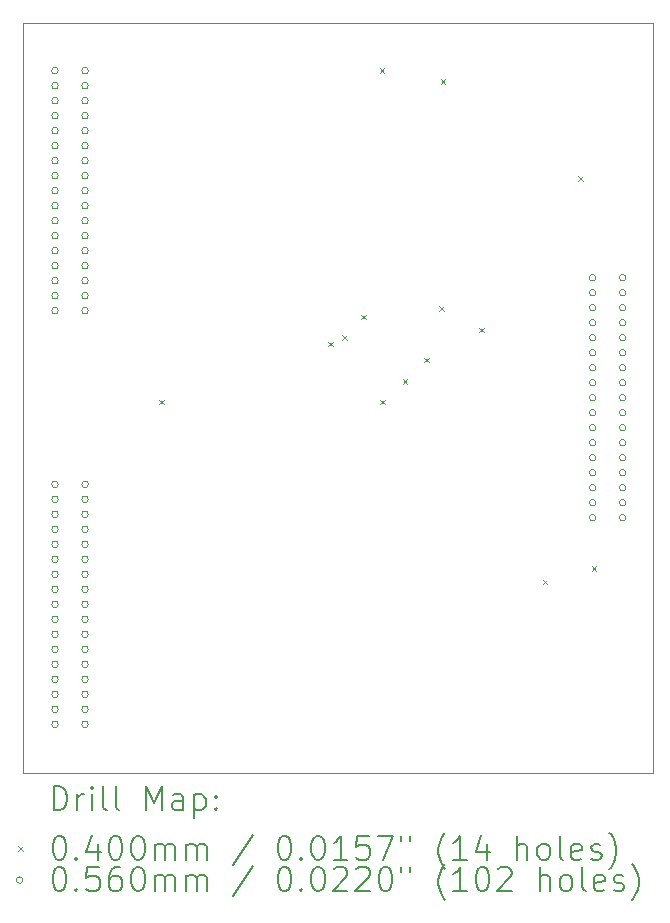
<source format=gbr>
%TF.GenerationSoftware,KiCad,Pcbnew,7.0.7*%
%TF.CreationDate,2023-09-14T15:48:19-04:00*%
%TF.ProjectId,Heater_North_DCT_HSK,48656174-6572-45f4-9e6f-7274685f4443,rev?*%
%TF.SameCoordinates,Original*%
%TF.FileFunction,Drillmap*%
%TF.FilePolarity,Positive*%
%FSLAX45Y45*%
G04 Gerber Fmt 4.5, Leading zero omitted, Abs format (unit mm)*
G04 Created by KiCad (PCBNEW 7.0.7) date 2023-09-14 15:48:19*
%MOMM*%
%LPD*%
G01*
G04 APERTURE LIST*
%ADD10C,0.100000*%
%ADD11C,0.200000*%
%ADD12C,0.040000*%
%ADD13C,0.056000*%
G04 APERTURE END LIST*
D10*
X10160000Y-5080000D02*
X15494000Y-5080000D01*
X15494000Y-11430000D01*
X10160000Y-11430000D01*
X10160000Y-5080000D01*
D11*
D12*
X11305722Y-8270560D02*
X11345722Y-8310560D01*
X11345722Y-8270560D02*
X11305722Y-8310560D01*
X12740200Y-7780560D02*
X12780200Y-7820560D01*
X12780200Y-7780560D02*
X12740200Y-7820560D01*
X12860200Y-7727000D02*
X12900200Y-7767000D01*
X12900200Y-7727000D02*
X12860200Y-7767000D01*
X13020200Y-7551740D02*
X13060200Y-7591740D01*
X13060200Y-7551740D02*
X13020200Y-7591740D01*
X13174692Y-5467008D02*
X13214692Y-5507008D01*
X13214692Y-5467008D02*
X13174692Y-5507008D01*
X13180200Y-8270560D02*
X13220200Y-8310560D01*
X13220200Y-8270560D02*
X13180200Y-8310560D01*
X13370200Y-8100560D02*
X13410200Y-8140560D01*
X13410200Y-8100560D02*
X13370200Y-8140560D01*
X13550200Y-7915960D02*
X13590200Y-7955960D01*
X13590200Y-7915960D02*
X13550200Y-7955960D01*
X13680200Y-7480560D02*
X13720200Y-7520560D01*
X13720200Y-7480560D02*
X13680200Y-7520560D01*
X13690920Y-5560380D02*
X13730920Y-5600380D01*
X13730920Y-5560380D02*
X13690920Y-5600380D01*
X14017920Y-7662840D02*
X14057920Y-7702840D01*
X14057920Y-7662840D02*
X14017920Y-7702840D01*
X14556200Y-9794560D02*
X14596200Y-9834560D01*
X14596200Y-9794560D02*
X14556200Y-9834560D01*
X14857340Y-6377700D02*
X14897340Y-6417700D01*
X14897340Y-6377700D02*
X14857340Y-6417700D01*
X14970200Y-9680560D02*
X15010200Y-9720560D01*
X15010200Y-9680560D02*
X14970200Y-9720560D01*
D13*
X10453684Y-5486400D02*
G75*
G03*
X10453684Y-5486400I-28000J0D01*
G01*
X10453684Y-8989060D02*
G75*
G03*
X10453684Y-8989060I-28000J0D01*
G01*
X10454700Y-5613400D02*
G75*
G03*
X10454700Y-5613400I-28000J0D01*
G01*
X10454700Y-5740400D02*
G75*
G03*
X10454700Y-5740400I-28000J0D01*
G01*
X10454700Y-5867400D02*
G75*
G03*
X10454700Y-5867400I-28000J0D01*
G01*
X10454700Y-5994400D02*
G75*
G03*
X10454700Y-5994400I-28000J0D01*
G01*
X10454700Y-6121400D02*
G75*
G03*
X10454700Y-6121400I-28000J0D01*
G01*
X10454700Y-6248400D02*
G75*
G03*
X10454700Y-6248400I-28000J0D01*
G01*
X10454700Y-6375400D02*
G75*
G03*
X10454700Y-6375400I-28000J0D01*
G01*
X10454700Y-6502400D02*
G75*
G03*
X10454700Y-6502400I-28000J0D01*
G01*
X10454700Y-6629400D02*
G75*
G03*
X10454700Y-6629400I-28000J0D01*
G01*
X10454700Y-6756400D02*
G75*
G03*
X10454700Y-6756400I-28000J0D01*
G01*
X10454700Y-6883400D02*
G75*
G03*
X10454700Y-6883400I-28000J0D01*
G01*
X10454700Y-7010400D02*
G75*
G03*
X10454700Y-7010400I-28000J0D01*
G01*
X10454700Y-7137400D02*
G75*
G03*
X10454700Y-7137400I-28000J0D01*
G01*
X10454700Y-7264400D02*
G75*
G03*
X10454700Y-7264400I-28000J0D01*
G01*
X10454700Y-7391400D02*
G75*
G03*
X10454700Y-7391400I-28000J0D01*
G01*
X10454700Y-7518400D02*
G75*
G03*
X10454700Y-7518400I-28000J0D01*
G01*
X10454700Y-9116060D02*
G75*
G03*
X10454700Y-9116060I-28000J0D01*
G01*
X10454700Y-9243060D02*
G75*
G03*
X10454700Y-9243060I-28000J0D01*
G01*
X10454700Y-9370060D02*
G75*
G03*
X10454700Y-9370060I-28000J0D01*
G01*
X10454700Y-9497060D02*
G75*
G03*
X10454700Y-9497060I-28000J0D01*
G01*
X10454700Y-9624060D02*
G75*
G03*
X10454700Y-9624060I-28000J0D01*
G01*
X10454700Y-9751060D02*
G75*
G03*
X10454700Y-9751060I-28000J0D01*
G01*
X10454700Y-9878060D02*
G75*
G03*
X10454700Y-9878060I-28000J0D01*
G01*
X10454700Y-10005060D02*
G75*
G03*
X10454700Y-10005060I-28000J0D01*
G01*
X10454700Y-10132060D02*
G75*
G03*
X10454700Y-10132060I-28000J0D01*
G01*
X10454700Y-10259060D02*
G75*
G03*
X10454700Y-10259060I-28000J0D01*
G01*
X10454700Y-10386060D02*
G75*
G03*
X10454700Y-10386060I-28000J0D01*
G01*
X10454700Y-10513060D02*
G75*
G03*
X10454700Y-10513060I-28000J0D01*
G01*
X10454700Y-10640060D02*
G75*
G03*
X10454700Y-10640060I-28000J0D01*
G01*
X10454700Y-10767060D02*
G75*
G03*
X10454700Y-10767060I-28000J0D01*
G01*
X10454700Y-10894060D02*
G75*
G03*
X10454700Y-10894060I-28000J0D01*
G01*
X10454700Y-11021060D02*
G75*
G03*
X10454700Y-11021060I-28000J0D01*
G01*
X10708700Y-5613400D02*
G75*
G03*
X10708700Y-5613400I-28000J0D01*
G01*
X10708700Y-5740400D02*
G75*
G03*
X10708700Y-5740400I-28000J0D01*
G01*
X10708700Y-5867400D02*
G75*
G03*
X10708700Y-5867400I-28000J0D01*
G01*
X10708700Y-5994400D02*
G75*
G03*
X10708700Y-5994400I-28000J0D01*
G01*
X10708700Y-6121400D02*
G75*
G03*
X10708700Y-6121400I-28000J0D01*
G01*
X10708700Y-6248400D02*
G75*
G03*
X10708700Y-6248400I-28000J0D01*
G01*
X10708700Y-6375400D02*
G75*
G03*
X10708700Y-6375400I-28000J0D01*
G01*
X10708700Y-6502400D02*
G75*
G03*
X10708700Y-6502400I-28000J0D01*
G01*
X10708700Y-6629400D02*
G75*
G03*
X10708700Y-6629400I-28000J0D01*
G01*
X10708700Y-6756400D02*
G75*
G03*
X10708700Y-6756400I-28000J0D01*
G01*
X10708700Y-6883400D02*
G75*
G03*
X10708700Y-6883400I-28000J0D01*
G01*
X10708700Y-7010400D02*
G75*
G03*
X10708700Y-7010400I-28000J0D01*
G01*
X10708700Y-7137400D02*
G75*
G03*
X10708700Y-7137400I-28000J0D01*
G01*
X10708700Y-7264400D02*
G75*
G03*
X10708700Y-7264400I-28000J0D01*
G01*
X10708700Y-7391400D02*
G75*
G03*
X10708700Y-7391400I-28000J0D01*
G01*
X10708700Y-7518400D02*
G75*
G03*
X10708700Y-7518400I-28000J0D01*
G01*
X10708700Y-9116060D02*
G75*
G03*
X10708700Y-9116060I-28000J0D01*
G01*
X10708700Y-9243060D02*
G75*
G03*
X10708700Y-9243060I-28000J0D01*
G01*
X10708700Y-9370060D02*
G75*
G03*
X10708700Y-9370060I-28000J0D01*
G01*
X10708700Y-9497060D02*
G75*
G03*
X10708700Y-9497060I-28000J0D01*
G01*
X10708700Y-9624060D02*
G75*
G03*
X10708700Y-9624060I-28000J0D01*
G01*
X10708700Y-9751060D02*
G75*
G03*
X10708700Y-9751060I-28000J0D01*
G01*
X10708700Y-9878060D02*
G75*
G03*
X10708700Y-9878060I-28000J0D01*
G01*
X10708700Y-10005060D02*
G75*
G03*
X10708700Y-10005060I-28000J0D01*
G01*
X10708700Y-10132060D02*
G75*
G03*
X10708700Y-10132060I-28000J0D01*
G01*
X10708700Y-10259060D02*
G75*
G03*
X10708700Y-10259060I-28000J0D01*
G01*
X10708700Y-10386060D02*
G75*
G03*
X10708700Y-10386060I-28000J0D01*
G01*
X10708700Y-10513060D02*
G75*
G03*
X10708700Y-10513060I-28000J0D01*
G01*
X10708700Y-10640060D02*
G75*
G03*
X10708700Y-10640060I-28000J0D01*
G01*
X10708700Y-10767060D02*
G75*
G03*
X10708700Y-10767060I-28000J0D01*
G01*
X10708700Y-10894060D02*
G75*
G03*
X10708700Y-10894060I-28000J0D01*
G01*
X10708700Y-11021060D02*
G75*
G03*
X10708700Y-11021060I-28000J0D01*
G01*
X10709716Y-5486400D02*
G75*
G03*
X10709716Y-5486400I-28000J0D01*
G01*
X10709716Y-8989060D02*
G75*
G03*
X10709716Y-8989060I-28000J0D01*
G01*
X15005364Y-7239000D02*
G75*
G03*
X15005364Y-7239000I-28000J0D01*
G01*
X15006380Y-7366000D02*
G75*
G03*
X15006380Y-7366000I-28000J0D01*
G01*
X15006380Y-7493000D02*
G75*
G03*
X15006380Y-7493000I-28000J0D01*
G01*
X15006380Y-7620000D02*
G75*
G03*
X15006380Y-7620000I-28000J0D01*
G01*
X15006380Y-7747000D02*
G75*
G03*
X15006380Y-7747000I-28000J0D01*
G01*
X15006380Y-7874000D02*
G75*
G03*
X15006380Y-7874000I-28000J0D01*
G01*
X15006380Y-8001000D02*
G75*
G03*
X15006380Y-8001000I-28000J0D01*
G01*
X15006380Y-8128000D02*
G75*
G03*
X15006380Y-8128000I-28000J0D01*
G01*
X15006380Y-8255000D02*
G75*
G03*
X15006380Y-8255000I-28000J0D01*
G01*
X15006380Y-8382000D02*
G75*
G03*
X15006380Y-8382000I-28000J0D01*
G01*
X15006380Y-8509000D02*
G75*
G03*
X15006380Y-8509000I-28000J0D01*
G01*
X15006380Y-8636000D02*
G75*
G03*
X15006380Y-8636000I-28000J0D01*
G01*
X15006380Y-8763000D02*
G75*
G03*
X15006380Y-8763000I-28000J0D01*
G01*
X15006380Y-8890000D02*
G75*
G03*
X15006380Y-8890000I-28000J0D01*
G01*
X15006380Y-9017000D02*
G75*
G03*
X15006380Y-9017000I-28000J0D01*
G01*
X15006380Y-9144000D02*
G75*
G03*
X15006380Y-9144000I-28000J0D01*
G01*
X15006380Y-9271000D02*
G75*
G03*
X15006380Y-9271000I-28000J0D01*
G01*
X15260380Y-7366000D02*
G75*
G03*
X15260380Y-7366000I-28000J0D01*
G01*
X15260380Y-7493000D02*
G75*
G03*
X15260380Y-7493000I-28000J0D01*
G01*
X15260380Y-7620000D02*
G75*
G03*
X15260380Y-7620000I-28000J0D01*
G01*
X15260380Y-7747000D02*
G75*
G03*
X15260380Y-7747000I-28000J0D01*
G01*
X15260380Y-7874000D02*
G75*
G03*
X15260380Y-7874000I-28000J0D01*
G01*
X15260380Y-8001000D02*
G75*
G03*
X15260380Y-8001000I-28000J0D01*
G01*
X15260380Y-8128000D02*
G75*
G03*
X15260380Y-8128000I-28000J0D01*
G01*
X15260380Y-8255000D02*
G75*
G03*
X15260380Y-8255000I-28000J0D01*
G01*
X15260380Y-8382000D02*
G75*
G03*
X15260380Y-8382000I-28000J0D01*
G01*
X15260380Y-8509000D02*
G75*
G03*
X15260380Y-8509000I-28000J0D01*
G01*
X15260380Y-8636000D02*
G75*
G03*
X15260380Y-8636000I-28000J0D01*
G01*
X15260380Y-8763000D02*
G75*
G03*
X15260380Y-8763000I-28000J0D01*
G01*
X15260380Y-8890000D02*
G75*
G03*
X15260380Y-8890000I-28000J0D01*
G01*
X15260380Y-9017000D02*
G75*
G03*
X15260380Y-9017000I-28000J0D01*
G01*
X15260380Y-9144000D02*
G75*
G03*
X15260380Y-9144000I-28000J0D01*
G01*
X15260380Y-9271000D02*
G75*
G03*
X15260380Y-9271000I-28000J0D01*
G01*
X15261396Y-7239000D02*
G75*
G03*
X15261396Y-7239000I-28000J0D01*
G01*
D11*
X10415777Y-11746484D02*
X10415777Y-11546484D01*
X10415777Y-11546484D02*
X10463396Y-11546484D01*
X10463396Y-11546484D02*
X10491967Y-11556008D01*
X10491967Y-11556008D02*
X10511015Y-11575055D01*
X10511015Y-11575055D02*
X10520539Y-11594103D01*
X10520539Y-11594103D02*
X10530063Y-11632198D01*
X10530063Y-11632198D02*
X10530063Y-11660769D01*
X10530063Y-11660769D02*
X10520539Y-11698865D01*
X10520539Y-11698865D02*
X10511015Y-11717912D01*
X10511015Y-11717912D02*
X10491967Y-11736960D01*
X10491967Y-11736960D02*
X10463396Y-11746484D01*
X10463396Y-11746484D02*
X10415777Y-11746484D01*
X10615777Y-11746484D02*
X10615777Y-11613150D01*
X10615777Y-11651246D02*
X10625301Y-11632198D01*
X10625301Y-11632198D02*
X10634824Y-11622674D01*
X10634824Y-11622674D02*
X10653872Y-11613150D01*
X10653872Y-11613150D02*
X10672920Y-11613150D01*
X10739586Y-11746484D02*
X10739586Y-11613150D01*
X10739586Y-11546484D02*
X10730063Y-11556008D01*
X10730063Y-11556008D02*
X10739586Y-11565531D01*
X10739586Y-11565531D02*
X10749110Y-11556008D01*
X10749110Y-11556008D02*
X10739586Y-11546484D01*
X10739586Y-11546484D02*
X10739586Y-11565531D01*
X10863396Y-11746484D02*
X10844348Y-11736960D01*
X10844348Y-11736960D02*
X10834824Y-11717912D01*
X10834824Y-11717912D02*
X10834824Y-11546484D01*
X10968158Y-11746484D02*
X10949110Y-11736960D01*
X10949110Y-11736960D02*
X10939586Y-11717912D01*
X10939586Y-11717912D02*
X10939586Y-11546484D01*
X11196729Y-11746484D02*
X11196729Y-11546484D01*
X11196729Y-11546484D02*
X11263396Y-11689341D01*
X11263396Y-11689341D02*
X11330062Y-11546484D01*
X11330062Y-11546484D02*
X11330062Y-11746484D01*
X11511015Y-11746484D02*
X11511015Y-11641722D01*
X11511015Y-11641722D02*
X11501491Y-11622674D01*
X11501491Y-11622674D02*
X11482443Y-11613150D01*
X11482443Y-11613150D02*
X11444348Y-11613150D01*
X11444348Y-11613150D02*
X11425301Y-11622674D01*
X11511015Y-11736960D02*
X11491967Y-11746484D01*
X11491967Y-11746484D02*
X11444348Y-11746484D01*
X11444348Y-11746484D02*
X11425301Y-11736960D01*
X11425301Y-11736960D02*
X11415777Y-11717912D01*
X11415777Y-11717912D02*
X11415777Y-11698865D01*
X11415777Y-11698865D02*
X11425301Y-11679817D01*
X11425301Y-11679817D02*
X11444348Y-11670293D01*
X11444348Y-11670293D02*
X11491967Y-11670293D01*
X11491967Y-11670293D02*
X11511015Y-11660769D01*
X11606253Y-11613150D02*
X11606253Y-11813150D01*
X11606253Y-11622674D02*
X11625301Y-11613150D01*
X11625301Y-11613150D02*
X11663396Y-11613150D01*
X11663396Y-11613150D02*
X11682443Y-11622674D01*
X11682443Y-11622674D02*
X11691967Y-11632198D01*
X11691967Y-11632198D02*
X11701491Y-11651246D01*
X11701491Y-11651246D02*
X11701491Y-11708388D01*
X11701491Y-11708388D02*
X11691967Y-11727436D01*
X11691967Y-11727436D02*
X11682443Y-11736960D01*
X11682443Y-11736960D02*
X11663396Y-11746484D01*
X11663396Y-11746484D02*
X11625301Y-11746484D01*
X11625301Y-11746484D02*
X11606253Y-11736960D01*
X11787205Y-11727436D02*
X11796729Y-11736960D01*
X11796729Y-11736960D02*
X11787205Y-11746484D01*
X11787205Y-11746484D02*
X11777682Y-11736960D01*
X11777682Y-11736960D02*
X11787205Y-11727436D01*
X11787205Y-11727436D02*
X11787205Y-11746484D01*
X11787205Y-11622674D02*
X11796729Y-11632198D01*
X11796729Y-11632198D02*
X11787205Y-11641722D01*
X11787205Y-11641722D02*
X11777682Y-11632198D01*
X11777682Y-11632198D02*
X11787205Y-11622674D01*
X11787205Y-11622674D02*
X11787205Y-11641722D01*
D12*
X10115000Y-12055000D02*
X10155000Y-12095000D01*
X10155000Y-12055000D02*
X10115000Y-12095000D01*
D11*
X10453872Y-11966484D02*
X10472920Y-11966484D01*
X10472920Y-11966484D02*
X10491967Y-11976008D01*
X10491967Y-11976008D02*
X10501491Y-11985531D01*
X10501491Y-11985531D02*
X10511015Y-12004579D01*
X10511015Y-12004579D02*
X10520539Y-12042674D01*
X10520539Y-12042674D02*
X10520539Y-12090293D01*
X10520539Y-12090293D02*
X10511015Y-12128388D01*
X10511015Y-12128388D02*
X10501491Y-12147436D01*
X10501491Y-12147436D02*
X10491967Y-12156960D01*
X10491967Y-12156960D02*
X10472920Y-12166484D01*
X10472920Y-12166484D02*
X10453872Y-12166484D01*
X10453872Y-12166484D02*
X10434824Y-12156960D01*
X10434824Y-12156960D02*
X10425301Y-12147436D01*
X10425301Y-12147436D02*
X10415777Y-12128388D01*
X10415777Y-12128388D02*
X10406253Y-12090293D01*
X10406253Y-12090293D02*
X10406253Y-12042674D01*
X10406253Y-12042674D02*
X10415777Y-12004579D01*
X10415777Y-12004579D02*
X10425301Y-11985531D01*
X10425301Y-11985531D02*
X10434824Y-11976008D01*
X10434824Y-11976008D02*
X10453872Y-11966484D01*
X10606253Y-12147436D02*
X10615777Y-12156960D01*
X10615777Y-12156960D02*
X10606253Y-12166484D01*
X10606253Y-12166484D02*
X10596729Y-12156960D01*
X10596729Y-12156960D02*
X10606253Y-12147436D01*
X10606253Y-12147436D02*
X10606253Y-12166484D01*
X10787205Y-12033150D02*
X10787205Y-12166484D01*
X10739586Y-11956960D02*
X10691967Y-12099817D01*
X10691967Y-12099817D02*
X10815777Y-12099817D01*
X10930063Y-11966484D02*
X10949110Y-11966484D01*
X10949110Y-11966484D02*
X10968158Y-11976008D01*
X10968158Y-11976008D02*
X10977682Y-11985531D01*
X10977682Y-11985531D02*
X10987205Y-12004579D01*
X10987205Y-12004579D02*
X10996729Y-12042674D01*
X10996729Y-12042674D02*
X10996729Y-12090293D01*
X10996729Y-12090293D02*
X10987205Y-12128388D01*
X10987205Y-12128388D02*
X10977682Y-12147436D01*
X10977682Y-12147436D02*
X10968158Y-12156960D01*
X10968158Y-12156960D02*
X10949110Y-12166484D01*
X10949110Y-12166484D02*
X10930063Y-12166484D01*
X10930063Y-12166484D02*
X10911015Y-12156960D01*
X10911015Y-12156960D02*
X10901491Y-12147436D01*
X10901491Y-12147436D02*
X10891967Y-12128388D01*
X10891967Y-12128388D02*
X10882444Y-12090293D01*
X10882444Y-12090293D02*
X10882444Y-12042674D01*
X10882444Y-12042674D02*
X10891967Y-12004579D01*
X10891967Y-12004579D02*
X10901491Y-11985531D01*
X10901491Y-11985531D02*
X10911015Y-11976008D01*
X10911015Y-11976008D02*
X10930063Y-11966484D01*
X11120539Y-11966484D02*
X11139586Y-11966484D01*
X11139586Y-11966484D02*
X11158634Y-11976008D01*
X11158634Y-11976008D02*
X11168158Y-11985531D01*
X11168158Y-11985531D02*
X11177682Y-12004579D01*
X11177682Y-12004579D02*
X11187205Y-12042674D01*
X11187205Y-12042674D02*
X11187205Y-12090293D01*
X11187205Y-12090293D02*
X11177682Y-12128388D01*
X11177682Y-12128388D02*
X11168158Y-12147436D01*
X11168158Y-12147436D02*
X11158634Y-12156960D01*
X11158634Y-12156960D02*
X11139586Y-12166484D01*
X11139586Y-12166484D02*
X11120539Y-12166484D01*
X11120539Y-12166484D02*
X11101491Y-12156960D01*
X11101491Y-12156960D02*
X11091967Y-12147436D01*
X11091967Y-12147436D02*
X11082444Y-12128388D01*
X11082444Y-12128388D02*
X11072920Y-12090293D01*
X11072920Y-12090293D02*
X11072920Y-12042674D01*
X11072920Y-12042674D02*
X11082444Y-12004579D01*
X11082444Y-12004579D02*
X11091967Y-11985531D01*
X11091967Y-11985531D02*
X11101491Y-11976008D01*
X11101491Y-11976008D02*
X11120539Y-11966484D01*
X11272920Y-12166484D02*
X11272920Y-12033150D01*
X11272920Y-12052198D02*
X11282443Y-12042674D01*
X11282443Y-12042674D02*
X11301491Y-12033150D01*
X11301491Y-12033150D02*
X11330063Y-12033150D01*
X11330063Y-12033150D02*
X11349110Y-12042674D01*
X11349110Y-12042674D02*
X11358634Y-12061722D01*
X11358634Y-12061722D02*
X11358634Y-12166484D01*
X11358634Y-12061722D02*
X11368158Y-12042674D01*
X11368158Y-12042674D02*
X11387205Y-12033150D01*
X11387205Y-12033150D02*
X11415777Y-12033150D01*
X11415777Y-12033150D02*
X11434824Y-12042674D01*
X11434824Y-12042674D02*
X11444348Y-12061722D01*
X11444348Y-12061722D02*
X11444348Y-12166484D01*
X11539586Y-12166484D02*
X11539586Y-12033150D01*
X11539586Y-12052198D02*
X11549110Y-12042674D01*
X11549110Y-12042674D02*
X11568158Y-12033150D01*
X11568158Y-12033150D02*
X11596729Y-12033150D01*
X11596729Y-12033150D02*
X11615777Y-12042674D01*
X11615777Y-12042674D02*
X11625301Y-12061722D01*
X11625301Y-12061722D02*
X11625301Y-12166484D01*
X11625301Y-12061722D02*
X11634824Y-12042674D01*
X11634824Y-12042674D02*
X11653872Y-12033150D01*
X11653872Y-12033150D02*
X11682443Y-12033150D01*
X11682443Y-12033150D02*
X11701491Y-12042674D01*
X11701491Y-12042674D02*
X11711015Y-12061722D01*
X11711015Y-12061722D02*
X11711015Y-12166484D01*
X12101491Y-11956960D02*
X11930063Y-12214103D01*
X12358634Y-11966484D02*
X12377682Y-11966484D01*
X12377682Y-11966484D02*
X12396729Y-11976008D01*
X12396729Y-11976008D02*
X12406253Y-11985531D01*
X12406253Y-11985531D02*
X12415777Y-12004579D01*
X12415777Y-12004579D02*
X12425301Y-12042674D01*
X12425301Y-12042674D02*
X12425301Y-12090293D01*
X12425301Y-12090293D02*
X12415777Y-12128388D01*
X12415777Y-12128388D02*
X12406253Y-12147436D01*
X12406253Y-12147436D02*
X12396729Y-12156960D01*
X12396729Y-12156960D02*
X12377682Y-12166484D01*
X12377682Y-12166484D02*
X12358634Y-12166484D01*
X12358634Y-12166484D02*
X12339586Y-12156960D01*
X12339586Y-12156960D02*
X12330063Y-12147436D01*
X12330063Y-12147436D02*
X12320539Y-12128388D01*
X12320539Y-12128388D02*
X12311015Y-12090293D01*
X12311015Y-12090293D02*
X12311015Y-12042674D01*
X12311015Y-12042674D02*
X12320539Y-12004579D01*
X12320539Y-12004579D02*
X12330063Y-11985531D01*
X12330063Y-11985531D02*
X12339586Y-11976008D01*
X12339586Y-11976008D02*
X12358634Y-11966484D01*
X12511015Y-12147436D02*
X12520539Y-12156960D01*
X12520539Y-12156960D02*
X12511015Y-12166484D01*
X12511015Y-12166484D02*
X12501491Y-12156960D01*
X12501491Y-12156960D02*
X12511015Y-12147436D01*
X12511015Y-12147436D02*
X12511015Y-12166484D01*
X12644348Y-11966484D02*
X12663396Y-11966484D01*
X12663396Y-11966484D02*
X12682444Y-11976008D01*
X12682444Y-11976008D02*
X12691967Y-11985531D01*
X12691967Y-11985531D02*
X12701491Y-12004579D01*
X12701491Y-12004579D02*
X12711015Y-12042674D01*
X12711015Y-12042674D02*
X12711015Y-12090293D01*
X12711015Y-12090293D02*
X12701491Y-12128388D01*
X12701491Y-12128388D02*
X12691967Y-12147436D01*
X12691967Y-12147436D02*
X12682444Y-12156960D01*
X12682444Y-12156960D02*
X12663396Y-12166484D01*
X12663396Y-12166484D02*
X12644348Y-12166484D01*
X12644348Y-12166484D02*
X12625301Y-12156960D01*
X12625301Y-12156960D02*
X12615777Y-12147436D01*
X12615777Y-12147436D02*
X12606253Y-12128388D01*
X12606253Y-12128388D02*
X12596729Y-12090293D01*
X12596729Y-12090293D02*
X12596729Y-12042674D01*
X12596729Y-12042674D02*
X12606253Y-12004579D01*
X12606253Y-12004579D02*
X12615777Y-11985531D01*
X12615777Y-11985531D02*
X12625301Y-11976008D01*
X12625301Y-11976008D02*
X12644348Y-11966484D01*
X12901491Y-12166484D02*
X12787206Y-12166484D01*
X12844348Y-12166484D02*
X12844348Y-11966484D01*
X12844348Y-11966484D02*
X12825301Y-11995055D01*
X12825301Y-11995055D02*
X12806253Y-12014103D01*
X12806253Y-12014103D02*
X12787206Y-12023627D01*
X13082444Y-11966484D02*
X12987206Y-11966484D01*
X12987206Y-11966484D02*
X12977682Y-12061722D01*
X12977682Y-12061722D02*
X12987206Y-12052198D01*
X12987206Y-12052198D02*
X13006253Y-12042674D01*
X13006253Y-12042674D02*
X13053872Y-12042674D01*
X13053872Y-12042674D02*
X13072920Y-12052198D01*
X13072920Y-12052198D02*
X13082444Y-12061722D01*
X13082444Y-12061722D02*
X13091967Y-12080769D01*
X13091967Y-12080769D02*
X13091967Y-12128388D01*
X13091967Y-12128388D02*
X13082444Y-12147436D01*
X13082444Y-12147436D02*
X13072920Y-12156960D01*
X13072920Y-12156960D02*
X13053872Y-12166484D01*
X13053872Y-12166484D02*
X13006253Y-12166484D01*
X13006253Y-12166484D02*
X12987206Y-12156960D01*
X12987206Y-12156960D02*
X12977682Y-12147436D01*
X13158634Y-11966484D02*
X13291967Y-11966484D01*
X13291967Y-11966484D02*
X13206253Y-12166484D01*
X13358634Y-11966484D02*
X13358634Y-12004579D01*
X13434825Y-11966484D02*
X13434825Y-12004579D01*
X13730063Y-12242674D02*
X13720539Y-12233150D01*
X13720539Y-12233150D02*
X13701491Y-12204579D01*
X13701491Y-12204579D02*
X13691968Y-12185531D01*
X13691968Y-12185531D02*
X13682444Y-12156960D01*
X13682444Y-12156960D02*
X13672920Y-12109341D01*
X13672920Y-12109341D02*
X13672920Y-12071246D01*
X13672920Y-12071246D02*
X13682444Y-12023627D01*
X13682444Y-12023627D02*
X13691968Y-11995055D01*
X13691968Y-11995055D02*
X13701491Y-11976008D01*
X13701491Y-11976008D02*
X13720539Y-11947436D01*
X13720539Y-11947436D02*
X13730063Y-11937912D01*
X13911015Y-12166484D02*
X13796729Y-12166484D01*
X13853872Y-12166484D02*
X13853872Y-11966484D01*
X13853872Y-11966484D02*
X13834825Y-11995055D01*
X13834825Y-11995055D02*
X13815777Y-12014103D01*
X13815777Y-12014103D02*
X13796729Y-12023627D01*
X14082444Y-12033150D02*
X14082444Y-12166484D01*
X14034825Y-11956960D02*
X13987206Y-12099817D01*
X13987206Y-12099817D02*
X14111015Y-12099817D01*
X14339587Y-12166484D02*
X14339587Y-11966484D01*
X14425301Y-12166484D02*
X14425301Y-12061722D01*
X14425301Y-12061722D02*
X14415777Y-12042674D01*
X14415777Y-12042674D02*
X14396730Y-12033150D01*
X14396730Y-12033150D02*
X14368158Y-12033150D01*
X14368158Y-12033150D02*
X14349110Y-12042674D01*
X14349110Y-12042674D02*
X14339587Y-12052198D01*
X14549110Y-12166484D02*
X14530063Y-12156960D01*
X14530063Y-12156960D02*
X14520539Y-12147436D01*
X14520539Y-12147436D02*
X14511015Y-12128388D01*
X14511015Y-12128388D02*
X14511015Y-12071246D01*
X14511015Y-12071246D02*
X14520539Y-12052198D01*
X14520539Y-12052198D02*
X14530063Y-12042674D01*
X14530063Y-12042674D02*
X14549110Y-12033150D01*
X14549110Y-12033150D02*
X14577682Y-12033150D01*
X14577682Y-12033150D02*
X14596730Y-12042674D01*
X14596730Y-12042674D02*
X14606253Y-12052198D01*
X14606253Y-12052198D02*
X14615777Y-12071246D01*
X14615777Y-12071246D02*
X14615777Y-12128388D01*
X14615777Y-12128388D02*
X14606253Y-12147436D01*
X14606253Y-12147436D02*
X14596730Y-12156960D01*
X14596730Y-12156960D02*
X14577682Y-12166484D01*
X14577682Y-12166484D02*
X14549110Y-12166484D01*
X14730063Y-12166484D02*
X14711015Y-12156960D01*
X14711015Y-12156960D02*
X14701491Y-12137912D01*
X14701491Y-12137912D02*
X14701491Y-11966484D01*
X14882444Y-12156960D02*
X14863396Y-12166484D01*
X14863396Y-12166484D02*
X14825301Y-12166484D01*
X14825301Y-12166484D02*
X14806253Y-12156960D01*
X14806253Y-12156960D02*
X14796730Y-12137912D01*
X14796730Y-12137912D02*
X14796730Y-12061722D01*
X14796730Y-12061722D02*
X14806253Y-12042674D01*
X14806253Y-12042674D02*
X14825301Y-12033150D01*
X14825301Y-12033150D02*
X14863396Y-12033150D01*
X14863396Y-12033150D02*
X14882444Y-12042674D01*
X14882444Y-12042674D02*
X14891968Y-12061722D01*
X14891968Y-12061722D02*
X14891968Y-12080769D01*
X14891968Y-12080769D02*
X14796730Y-12099817D01*
X14968158Y-12156960D02*
X14987206Y-12166484D01*
X14987206Y-12166484D02*
X15025301Y-12166484D01*
X15025301Y-12166484D02*
X15044349Y-12156960D01*
X15044349Y-12156960D02*
X15053872Y-12137912D01*
X15053872Y-12137912D02*
X15053872Y-12128388D01*
X15053872Y-12128388D02*
X15044349Y-12109341D01*
X15044349Y-12109341D02*
X15025301Y-12099817D01*
X15025301Y-12099817D02*
X14996730Y-12099817D01*
X14996730Y-12099817D02*
X14977682Y-12090293D01*
X14977682Y-12090293D02*
X14968158Y-12071246D01*
X14968158Y-12071246D02*
X14968158Y-12061722D01*
X14968158Y-12061722D02*
X14977682Y-12042674D01*
X14977682Y-12042674D02*
X14996730Y-12033150D01*
X14996730Y-12033150D02*
X15025301Y-12033150D01*
X15025301Y-12033150D02*
X15044349Y-12042674D01*
X15120539Y-12242674D02*
X15130063Y-12233150D01*
X15130063Y-12233150D02*
X15149111Y-12204579D01*
X15149111Y-12204579D02*
X15158634Y-12185531D01*
X15158634Y-12185531D02*
X15168158Y-12156960D01*
X15168158Y-12156960D02*
X15177682Y-12109341D01*
X15177682Y-12109341D02*
X15177682Y-12071246D01*
X15177682Y-12071246D02*
X15168158Y-12023627D01*
X15168158Y-12023627D02*
X15158634Y-11995055D01*
X15158634Y-11995055D02*
X15149111Y-11976008D01*
X15149111Y-11976008D02*
X15130063Y-11947436D01*
X15130063Y-11947436D02*
X15120539Y-11937912D01*
D13*
X10155000Y-12339000D02*
G75*
G03*
X10155000Y-12339000I-28000J0D01*
G01*
D11*
X10453872Y-12230484D02*
X10472920Y-12230484D01*
X10472920Y-12230484D02*
X10491967Y-12240008D01*
X10491967Y-12240008D02*
X10501491Y-12249531D01*
X10501491Y-12249531D02*
X10511015Y-12268579D01*
X10511015Y-12268579D02*
X10520539Y-12306674D01*
X10520539Y-12306674D02*
X10520539Y-12354293D01*
X10520539Y-12354293D02*
X10511015Y-12392388D01*
X10511015Y-12392388D02*
X10501491Y-12411436D01*
X10501491Y-12411436D02*
X10491967Y-12420960D01*
X10491967Y-12420960D02*
X10472920Y-12430484D01*
X10472920Y-12430484D02*
X10453872Y-12430484D01*
X10453872Y-12430484D02*
X10434824Y-12420960D01*
X10434824Y-12420960D02*
X10425301Y-12411436D01*
X10425301Y-12411436D02*
X10415777Y-12392388D01*
X10415777Y-12392388D02*
X10406253Y-12354293D01*
X10406253Y-12354293D02*
X10406253Y-12306674D01*
X10406253Y-12306674D02*
X10415777Y-12268579D01*
X10415777Y-12268579D02*
X10425301Y-12249531D01*
X10425301Y-12249531D02*
X10434824Y-12240008D01*
X10434824Y-12240008D02*
X10453872Y-12230484D01*
X10606253Y-12411436D02*
X10615777Y-12420960D01*
X10615777Y-12420960D02*
X10606253Y-12430484D01*
X10606253Y-12430484D02*
X10596729Y-12420960D01*
X10596729Y-12420960D02*
X10606253Y-12411436D01*
X10606253Y-12411436D02*
X10606253Y-12430484D01*
X10796729Y-12230484D02*
X10701491Y-12230484D01*
X10701491Y-12230484D02*
X10691967Y-12325722D01*
X10691967Y-12325722D02*
X10701491Y-12316198D01*
X10701491Y-12316198D02*
X10720539Y-12306674D01*
X10720539Y-12306674D02*
X10768158Y-12306674D01*
X10768158Y-12306674D02*
X10787205Y-12316198D01*
X10787205Y-12316198D02*
X10796729Y-12325722D01*
X10796729Y-12325722D02*
X10806253Y-12344769D01*
X10806253Y-12344769D02*
X10806253Y-12392388D01*
X10806253Y-12392388D02*
X10796729Y-12411436D01*
X10796729Y-12411436D02*
X10787205Y-12420960D01*
X10787205Y-12420960D02*
X10768158Y-12430484D01*
X10768158Y-12430484D02*
X10720539Y-12430484D01*
X10720539Y-12430484D02*
X10701491Y-12420960D01*
X10701491Y-12420960D02*
X10691967Y-12411436D01*
X10977682Y-12230484D02*
X10939586Y-12230484D01*
X10939586Y-12230484D02*
X10920539Y-12240008D01*
X10920539Y-12240008D02*
X10911015Y-12249531D01*
X10911015Y-12249531D02*
X10891967Y-12278103D01*
X10891967Y-12278103D02*
X10882444Y-12316198D01*
X10882444Y-12316198D02*
X10882444Y-12392388D01*
X10882444Y-12392388D02*
X10891967Y-12411436D01*
X10891967Y-12411436D02*
X10901491Y-12420960D01*
X10901491Y-12420960D02*
X10920539Y-12430484D01*
X10920539Y-12430484D02*
X10958634Y-12430484D01*
X10958634Y-12430484D02*
X10977682Y-12420960D01*
X10977682Y-12420960D02*
X10987205Y-12411436D01*
X10987205Y-12411436D02*
X10996729Y-12392388D01*
X10996729Y-12392388D02*
X10996729Y-12344769D01*
X10996729Y-12344769D02*
X10987205Y-12325722D01*
X10987205Y-12325722D02*
X10977682Y-12316198D01*
X10977682Y-12316198D02*
X10958634Y-12306674D01*
X10958634Y-12306674D02*
X10920539Y-12306674D01*
X10920539Y-12306674D02*
X10901491Y-12316198D01*
X10901491Y-12316198D02*
X10891967Y-12325722D01*
X10891967Y-12325722D02*
X10882444Y-12344769D01*
X11120539Y-12230484D02*
X11139586Y-12230484D01*
X11139586Y-12230484D02*
X11158634Y-12240008D01*
X11158634Y-12240008D02*
X11168158Y-12249531D01*
X11168158Y-12249531D02*
X11177682Y-12268579D01*
X11177682Y-12268579D02*
X11187205Y-12306674D01*
X11187205Y-12306674D02*
X11187205Y-12354293D01*
X11187205Y-12354293D02*
X11177682Y-12392388D01*
X11177682Y-12392388D02*
X11168158Y-12411436D01*
X11168158Y-12411436D02*
X11158634Y-12420960D01*
X11158634Y-12420960D02*
X11139586Y-12430484D01*
X11139586Y-12430484D02*
X11120539Y-12430484D01*
X11120539Y-12430484D02*
X11101491Y-12420960D01*
X11101491Y-12420960D02*
X11091967Y-12411436D01*
X11091967Y-12411436D02*
X11082444Y-12392388D01*
X11082444Y-12392388D02*
X11072920Y-12354293D01*
X11072920Y-12354293D02*
X11072920Y-12306674D01*
X11072920Y-12306674D02*
X11082444Y-12268579D01*
X11082444Y-12268579D02*
X11091967Y-12249531D01*
X11091967Y-12249531D02*
X11101491Y-12240008D01*
X11101491Y-12240008D02*
X11120539Y-12230484D01*
X11272920Y-12430484D02*
X11272920Y-12297150D01*
X11272920Y-12316198D02*
X11282443Y-12306674D01*
X11282443Y-12306674D02*
X11301491Y-12297150D01*
X11301491Y-12297150D02*
X11330063Y-12297150D01*
X11330063Y-12297150D02*
X11349110Y-12306674D01*
X11349110Y-12306674D02*
X11358634Y-12325722D01*
X11358634Y-12325722D02*
X11358634Y-12430484D01*
X11358634Y-12325722D02*
X11368158Y-12306674D01*
X11368158Y-12306674D02*
X11387205Y-12297150D01*
X11387205Y-12297150D02*
X11415777Y-12297150D01*
X11415777Y-12297150D02*
X11434824Y-12306674D01*
X11434824Y-12306674D02*
X11444348Y-12325722D01*
X11444348Y-12325722D02*
X11444348Y-12430484D01*
X11539586Y-12430484D02*
X11539586Y-12297150D01*
X11539586Y-12316198D02*
X11549110Y-12306674D01*
X11549110Y-12306674D02*
X11568158Y-12297150D01*
X11568158Y-12297150D02*
X11596729Y-12297150D01*
X11596729Y-12297150D02*
X11615777Y-12306674D01*
X11615777Y-12306674D02*
X11625301Y-12325722D01*
X11625301Y-12325722D02*
X11625301Y-12430484D01*
X11625301Y-12325722D02*
X11634824Y-12306674D01*
X11634824Y-12306674D02*
X11653872Y-12297150D01*
X11653872Y-12297150D02*
X11682443Y-12297150D01*
X11682443Y-12297150D02*
X11701491Y-12306674D01*
X11701491Y-12306674D02*
X11711015Y-12325722D01*
X11711015Y-12325722D02*
X11711015Y-12430484D01*
X12101491Y-12220960D02*
X11930063Y-12478103D01*
X12358634Y-12230484D02*
X12377682Y-12230484D01*
X12377682Y-12230484D02*
X12396729Y-12240008D01*
X12396729Y-12240008D02*
X12406253Y-12249531D01*
X12406253Y-12249531D02*
X12415777Y-12268579D01*
X12415777Y-12268579D02*
X12425301Y-12306674D01*
X12425301Y-12306674D02*
X12425301Y-12354293D01*
X12425301Y-12354293D02*
X12415777Y-12392388D01*
X12415777Y-12392388D02*
X12406253Y-12411436D01*
X12406253Y-12411436D02*
X12396729Y-12420960D01*
X12396729Y-12420960D02*
X12377682Y-12430484D01*
X12377682Y-12430484D02*
X12358634Y-12430484D01*
X12358634Y-12430484D02*
X12339586Y-12420960D01*
X12339586Y-12420960D02*
X12330063Y-12411436D01*
X12330063Y-12411436D02*
X12320539Y-12392388D01*
X12320539Y-12392388D02*
X12311015Y-12354293D01*
X12311015Y-12354293D02*
X12311015Y-12306674D01*
X12311015Y-12306674D02*
X12320539Y-12268579D01*
X12320539Y-12268579D02*
X12330063Y-12249531D01*
X12330063Y-12249531D02*
X12339586Y-12240008D01*
X12339586Y-12240008D02*
X12358634Y-12230484D01*
X12511015Y-12411436D02*
X12520539Y-12420960D01*
X12520539Y-12420960D02*
X12511015Y-12430484D01*
X12511015Y-12430484D02*
X12501491Y-12420960D01*
X12501491Y-12420960D02*
X12511015Y-12411436D01*
X12511015Y-12411436D02*
X12511015Y-12430484D01*
X12644348Y-12230484D02*
X12663396Y-12230484D01*
X12663396Y-12230484D02*
X12682444Y-12240008D01*
X12682444Y-12240008D02*
X12691967Y-12249531D01*
X12691967Y-12249531D02*
X12701491Y-12268579D01*
X12701491Y-12268579D02*
X12711015Y-12306674D01*
X12711015Y-12306674D02*
X12711015Y-12354293D01*
X12711015Y-12354293D02*
X12701491Y-12392388D01*
X12701491Y-12392388D02*
X12691967Y-12411436D01*
X12691967Y-12411436D02*
X12682444Y-12420960D01*
X12682444Y-12420960D02*
X12663396Y-12430484D01*
X12663396Y-12430484D02*
X12644348Y-12430484D01*
X12644348Y-12430484D02*
X12625301Y-12420960D01*
X12625301Y-12420960D02*
X12615777Y-12411436D01*
X12615777Y-12411436D02*
X12606253Y-12392388D01*
X12606253Y-12392388D02*
X12596729Y-12354293D01*
X12596729Y-12354293D02*
X12596729Y-12306674D01*
X12596729Y-12306674D02*
X12606253Y-12268579D01*
X12606253Y-12268579D02*
X12615777Y-12249531D01*
X12615777Y-12249531D02*
X12625301Y-12240008D01*
X12625301Y-12240008D02*
X12644348Y-12230484D01*
X12787206Y-12249531D02*
X12796729Y-12240008D01*
X12796729Y-12240008D02*
X12815777Y-12230484D01*
X12815777Y-12230484D02*
X12863396Y-12230484D01*
X12863396Y-12230484D02*
X12882444Y-12240008D01*
X12882444Y-12240008D02*
X12891967Y-12249531D01*
X12891967Y-12249531D02*
X12901491Y-12268579D01*
X12901491Y-12268579D02*
X12901491Y-12287627D01*
X12901491Y-12287627D02*
X12891967Y-12316198D01*
X12891967Y-12316198D02*
X12777682Y-12430484D01*
X12777682Y-12430484D02*
X12901491Y-12430484D01*
X12977682Y-12249531D02*
X12987206Y-12240008D01*
X12987206Y-12240008D02*
X13006253Y-12230484D01*
X13006253Y-12230484D02*
X13053872Y-12230484D01*
X13053872Y-12230484D02*
X13072920Y-12240008D01*
X13072920Y-12240008D02*
X13082444Y-12249531D01*
X13082444Y-12249531D02*
X13091967Y-12268579D01*
X13091967Y-12268579D02*
X13091967Y-12287627D01*
X13091967Y-12287627D02*
X13082444Y-12316198D01*
X13082444Y-12316198D02*
X12968158Y-12430484D01*
X12968158Y-12430484D02*
X13091967Y-12430484D01*
X13215777Y-12230484D02*
X13234825Y-12230484D01*
X13234825Y-12230484D02*
X13253872Y-12240008D01*
X13253872Y-12240008D02*
X13263396Y-12249531D01*
X13263396Y-12249531D02*
X13272920Y-12268579D01*
X13272920Y-12268579D02*
X13282444Y-12306674D01*
X13282444Y-12306674D02*
X13282444Y-12354293D01*
X13282444Y-12354293D02*
X13272920Y-12392388D01*
X13272920Y-12392388D02*
X13263396Y-12411436D01*
X13263396Y-12411436D02*
X13253872Y-12420960D01*
X13253872Y-12420960D02*
X13234825Y-12430484D01*
X13234825Y-12430484D02*
X13215777Y-12430484D01*
X13215777Y-12430484D02*
X13196729Y-12420960D01*
X13196729Y-12420960D02*
X13187206Y-12411436D01*
X13187206Y-12411436D02*
X13177682Y-12392388D01*
X13177682Y-12392388D02*
X13168158Y-12354293D01*
X13168158Y-12354293D02*
X13168158Y-12306674D01*
X13168158Y-12306674D02*
X13177682Y-12268579D01*
X13177682Y-12268579D02*
X13187206Y-12249531D01*
X13187206Y-12249531D02*
X13196729Y-12240008D01*
X13196729Y-12240008D02*
X13215777Y-12230484D01*
X13358634Y-12230484D02*
X13358634Y-12268579D01*
X13434825Y-12230484D02*
X13434825Y-12268579D01*
X13730063Y-12506674D02*
X13720539Y-12497150D01*
X13720539Y-12497150D02*
X13701491Y-12468579D01*
X13701491Y-12468579D02*
X13691968Y-12449531D01*
X13691968Y-12449531D02*
X13682444Y-12420960D01*
X13682444Y-12420960D02*
X13672920Y-12373341D01*
X13672920Y-12373341D02*
X13672920Y-12335246D01*
X13672920Y-12335246D02*
X13682444Y-12287627D01*
X13682444Y-12287627D02*
X13691968Y-12259055D01*
X13691968Y-12259055D02*
X13701491Y-12240008D01*
X13701491Y-12240008D02*
X13720539Y-12211436D01*
X13720539Y-12211436D02*
X13730063Y-12201912D01*
X13911015Y-12430484D02*
X13796729Y-12430484D01*
X13853872Y-12430484D02*
X13853872Y-12230484D01*
X13853872Y-12230484D02*
X13834825Y-12259055D01*
X13834825Y-12259055D02*
X13815777Y-12278103D01*
X13815777Y-12278103D02*
X13796729Y-12287627D01*
X14034825Y-12230484D02*
X14053872Y-12230484D01*
X14053872Y-12230484D02*
X14072920Y-12240008D01*
X14072920Y-12240008D02*
X14082444Y-12249531D01*
X14082444Y-12249531D02*
X14091968Y-12268579D01*
X14091968Y-12268579D02*
X14101491Y-12306674D01*
X14101491Y-12306674D02*
X14101491Y-12354293D01*
X14101491Y-12354293D02*
X14091968Y-12392388D01*
X14091968Y-12392388D02*
X14082444Y-12411436D01*
X14082444Y-12411436D02*
X14072920Y-12420960D01*
X14072920Y-12420960D02*
X14053872Y-12430484D01*
X14053872Y-12430484D02*
X14034825Y-12430484D01*
X14034825Y-12430484D02*
X14015777Y-12420960D01*
X14015777Y-12420960D02*
X14006253Y-12411436D01*
X14006253Y-12411436D02*
X13996729Y-12392388D01*
X13996729Y-12392388D02*
X13987206Y-12354293D01*
X13987206Y-12354293D02*
X13987206Y-12306674D01*
X13987206Y-12306674D02*
X13996729Y-12268579D01*
X13996729Y-12268579D02*
X14006253Y-12249531D01*
X14006253Y-12249531D02*
X14015777Y-12240008D01*
X14015777Y-12240008D02*
X14034825Y-12230484D01*
X14177682Y-12249531D02*
X14187206Y-12240008D01*
X14187206Y-12240008D02*
X14206253Y-12230484D01*
X14206253Y-12230484D02*
X14253872Y-12230484D01*
X14253872Y-12230484D02*
X14272920Y-12240008D01*
X14272920Y-12240008D02*
X14282444Y-12249531D01*
X14282444Y-12249531D02*
X14291968Y-12268579D01*
X14291968Y-12268579D02*
X14291968Y-12287627D01*
X14291968Y-12287627D02*
X14282444Y-12316198D01*
X14282444Y-12316198D02*
X14168158Y-12430484D01*
X14168158Y-12430484D02*
X14291968Y-12430484D01*
X14530063Y-12430484D02*
X14530063Y-12230484D01*
X14615777Y-12430484D02*
X14615777Y-12325722D01*
X14615777Y-12325722D02*
X14606253Y-12306674D01*
X14606253Y-12306674D02*
X14587206Y-12297150D01*
X14587206Y-12297150D02*
X14558634Y-12297150D01*
X14558634Y-12297150D02*
X14539587Y-12306674D01*
X14539587Y-12306674D02*
X14530063Y-12316198D01*
X14739587Y-12430484D02*
X14720539Y-12420960D01*
X14720539Y-12420960D02*
X14711015Y-12411436D01*
X14711015Y-12411436D02*
X14701491Y-12392388D01*
X14701491Y-12392388D02*
X14701491Y-12335246D01*
X14701491Y-12335246D02*
X14711015Y-12316198D01*
X14711015Y-12316198D02*
X14720539Y-12306674D01*
X14720539Y-12306674D02*
X14739587Y-12297150D01*
X14739587Y-12297150D02*
X14768158Y-12297150D01*
X14768158Y-12297150D02*
X14787206Y-12306674D01*
X14787206Y-12306674D02*
X14796730Y-12316198D01*
X14796730Y-12316198D02*
X14806253Y-12335246D01*
X14806253Y-12335246D02*
X14806253Y-12392388D01*
X14806253Y-12392388D02*
X14796730Y-12411436D01*
X14796730Y-12411436D02*
X14787206Y-12420960D01*
X14787206Y-12420960D02*
X14768158Y-12430484D01*
X14768158Y-12430484D02*
X14739587Y-12430484D01*
X14920539Y-12430484D02*
X14901491Y-12420960D01*
X14901491Y-12420960D02*
X14891968Y-12401912D01*
X14891968Y-12401912D02*
X14891968Y-12230484D01*
X15072920Y-12420960D02*
X15053872Y-12430484D01*
X15053872Y-12430484D02*
X15015777Y-12430484D01*
X15015777Y-12430484D02*
X14996730Y-12420960D01*
X14996730Y-12420960D02*
X14987206Y-12401912D01*
X14987206Y-12401912D02*
X14987206Y-12325722D01*
X14987206Y-12325722D02*
X14996730Y-12306674D01*
X14996730Y-12306674D02*
X15015777Y-12297150D01*
X15015777Y-12297150D02*
X15053872Y-12297150D01*
X15053872Y-12297150D02*
X15072920Y-12306674D01*
X15072920Y-12306674D02*
X15082444Y-12325722D01*
X15082444Y-12325722D02*
X15082444Y-12344769D01*
X15082444Y-12344769D02*
X14987206Y-12363817D01*
X15158634Y-12420960D02*
X15177682Y-12430484D01*
X15177682Y-12430484D02*
X15215777Y-12430484D01*
X15215777Y-12430484D02*
X15234825Y-12420960D01*
X15234825Y-12420960D02*
X15244349Y-12401912D01*
X15244349Y-12401912D02*
X15244349Y-12392388D01*
X15244349Y-12392388D02*
X15234825Y-12373341D01*
X15234825Y-12373341D02*
X15215777Y-12363817D01*
X15215777Y-12363817D02*
X15187206Y-12363817D01*
X15187206Y-12363817D02*
X15168158Y-12354293D01*
X15168158Y-12354293D02*
X15158634Y-12335246D01*
X15158634Y-12335246D02*
X15158634Y-12325722D01*
X15158634Y-12325722D02*
X15168158Y-12306674D01*
X15168158Y-12306674D02*
X15187206Y-12297150D01*
X15187206Y-12297150D02*
X15215777Y-12297150D01*
X15215777Y-12297150D02*
X15234825Y-12306674D01*
X15311015Y-12506674D02*
X15320539Y-12497150D01*
X15320539Y-12497150D02*
X15339587Y-12468579D01*
X15339587Y-12468579D02*
X15349111Y-12449531D01*
X15349111Y-12449531D02*
X15358634Y-12420960D01*
X15358634Y-12420960D02*
X15368158Y-12373341D01*
X15368158Y-12373341D02*
X15368158Y-12335246D01*
X15368158Y-12335246D02*
X15358634Y-12287627D01*
X15358634Y-12287627D02*
X15349111Y-12259055D01*
X15349111Y-12259055D02*
X15339587Y-12240008D01*
X15339587Y-12240008D02*
X15320539Y-12211436D01*
X15320539Y-12211436D02*
X15311015Y-12201912D01*
M02*

</source>
